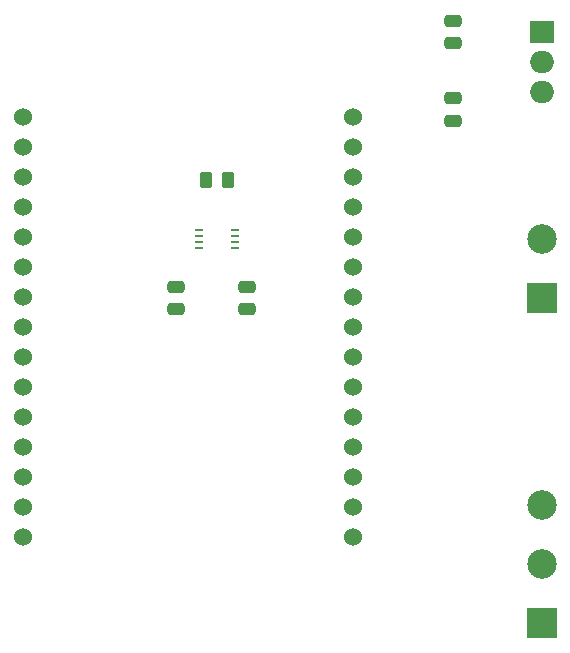
<source format=gbr>
%TF.GenerationSoftware,KiCad,Pcbnew,6.0.7-f9a2dced07~116~ubuntu22.04.1*%
%TF.CreationDate,2022-09-17T16:40:37+08:00*%
%TF.ProjectId,WLED-12V,574c4544-2d31-4325-962e-6b696361645f,rev?*%
%TF.SameCoordinates,Original*%
%TF.FileFunction,Soldermask,Top*%
%TF.FilePolarity,Negative*%
%FSLAX46Y46*%
G04 Gerber Fmt 4.6, Leading zero omitted, Abs format (unit mm)*
G04 Created by KiCad (PCBNEW 6.0.7-f9a2dced07~116~ubuntu22.04.1) date 2022-09-17 16:40:37*
%MOMM*%
%LPD*%
G01*
G04 APERTURE LIST*
G04 Aperture macros list*
%AMRoundRect*
0 Rectangle with rounded corners*
0 $1 Rounding radius*
0 $2 $3 $4 $5 $6 $7 $8 $9 X,Y pos of 4 corners*
0 Add a 4 corners polygon primitive as box body*
4,1,4,$2,$3,$4,$5,$6,$7,$8,$9,$2,$3,0*
0 Add four circle primitives for the rounded corners*
1,1,$1+$1,$2,$3*
1,1,$1+$1,$4,$5*
1,1,$1+$1,$6,$7*
1,1,$1+$1,$8,$9*
0 Add four rect primitives between the rounded corners*
20,1,$1+$1,$2,$3,$4,$5,0*
20,1,$1+$1,$4,$5,$6,$7,0*
20,1,$1+$1,$6,$7,$8,$9,0*
20,1,$1+$1,$8,$9,$2,$3,0*%
G04 Aperture macros list end*
%ADD10RoundRect,0.250000X0.475000X-0.250000X0.475000X0.250000X-0.475000X0.250000X-0.475000X-0.250000X0*%
%ADD11C,1.524000*%
%ADD12RoundRect,0.250000X0.262500X0.450000X-0.262500X0.450000X-0.262500X-0.450000X0.262500X-0.450000X0*%
%ADD13R,2.500000X2.500000*%
%ADD14C,2.500000*%
%ADD15R,2.000000X1.905000*%
%ADD16O,2.000000X1.905000*%
%ADD17R,0.750000X0.250000*%
G04 APERTURE END LIST*
D10*
%TO.C,C1*%
X122500000Y-48450000D03*
X122500000Y-46550000D03*
%TD*%
D11*
%TO.C,U1*%
X86030000Y-54680000D03*
X86030000Y-57220000D03*
X86030000Y-59760000D03*
X86030000Y-62300000D03*
X86030000Y-64840000D03*
X86030000Y-67380000D03*
X86030000Y-69920000D03*
X86030000Y-72460000D03*
X86030000Y-75000000D03*
X86030000Y-77540000D03*
X86030000Y-80080000D03*
X86030000Y-82620000D03*
X86030000Y-85160000D03*
X86030000Y-87700000D03*
X86030000Y-90240000D03*
X113970000Y-90240000D03*
X113970000Y-87700000D03*
X113970000Y-85160000D03*
X113970000Y-82620000D03*
X113970000Y-80080000D03*
X113970000Y-77540000D03*
X113970000Y-75000000D03*
X113970000Y-72460000D03*
X113970000Y-69920000D03*
X113970000Y-67380000D03*
X113970000Y-64840000D03*
X113970000Y-62300000D03*
X113970000Y-59760000D03*
X113970000Y-57220000D03*
X113970000Y-54680000D03*
%TD*%
D12*
%TO.C,R1*%
X103412500Y-60000000D03*
X101587500Y-60000000D03*
%TD*%
D13*
%TO.C,J1*%
X130000000Y-70000000D03*
D14*
X130000000Y-65000000D03*
%TD*%
D13*
%TO.C,J2*%
X130000000Y-97500000D03*
D14*
X130000000Y-92500000D03*
X130000000Y-87500000D03*
%TD*%
D15*
%TO.C,U2*%
X130000000Y-47500000D03*
D16*
X130000000Y-50040000D03*
X130000000Y-52580000D03*
%TD*%
D17*
%TO.C,U3*%
X104050000Y-65750000D03*
X104050000Y-65250000D03*
X104050000Y-64750000D03*
X104050000Y-64250000D03*
X100950000Y-64250000D03*
X100950000Y-64750000D03*
X100950000Y-65250000D03*
X100950000Y-65750000D03*
%TD*%
D10*
%TO.C,C2*%
X122500000Y-55000000D03*
X122500000Y-53100000D03*
%TD*%
%TO.C,C4*%
X99000000Y-70950000D03*
X99000000Y-69050000D03*
%TD*%
%TO.C,C3*%
X105000000Y-70950000D03*
X105000000Y-69050000D03*
%TD*%
M02*

</source>
